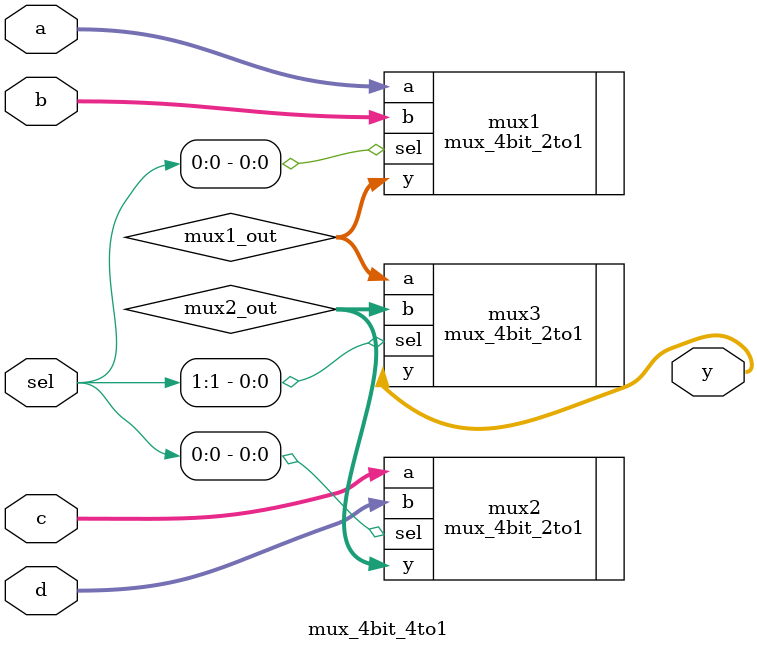
<source format=v>
`include "mux_4bit_2to1.v"

module mux_4bit_4to1 (
    input [3:0] a,      // 4-bit input a
    input [3:0] b,      // 4-bit input b
    input [3:0] c,      // 4-bit input c
    input [3:0] d,      // 4-bit input d
    input [1:0] sel,    // 2-bit selection input
    output [3:0] y      // 4-bit output
);
    // Internal wires
    wire [3:0] mux1_out;
    wire [3:0] mux2_out;
    
    // Instantiate first level of 2-to-1 multiplexers
    mux_4bit_2to1 mux1 (
        .a(a),
        .b(b),
        .sel(sel[0]),
        .y(mux1_out)
    );
    
    mux_4bit_2to1 mux2 (
        .a(c),
        .b(d),
        .sel(sel[0]),
        .y(mux2_out)
    );
    
    // Instantiate second level of 2-to-1 multiplexer
    mux_4bit_2to1 mux3 (
        .a(mux1_out),
        .b(mux2_out),
        .sel(sel[1]),
        .y(y)
    );
    
    /* Truth table:
     * sel[1] sel[0] | output
     *    0     0    |   a
     *    0     1    |   b
     *    1     0    |   c
     *    1     1    |   d
     */
     
endmodule

</source>
